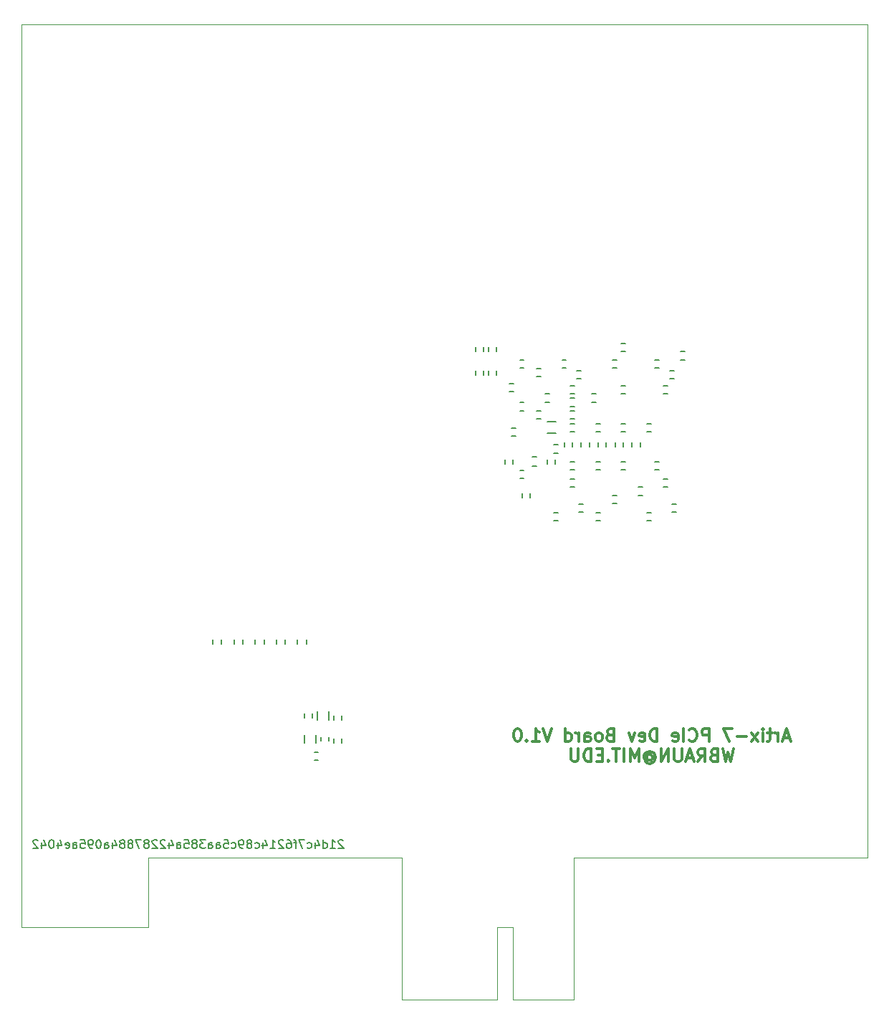
<source format=gbo>
G04 #@! TF.FileFunction,Legend,Bot*
%FSLAX46Y46*%
G04 Gerber Fmt 4.6, Leading zero omitted, Abs format (unit mm)*
G04 Created by KiCad (PCBNEW 4.0.1-stable) date Saturday, December 26, 2015 'PMt' 06:59:42 PM*
%MOMM*%
G01*
G04 APERTURE LIST*
%ADD10C,0.100000*%
%ADD11C,0.200000*%
%ADD12C,0.300000*%
%ADD13C,0.050000*%
%ADD14C,0.150000*%
G04 APERTURE END LIST*
D10*
D11*
X79883335Y-136247619D02*
X79835716Y-136200000D01*
X79740478Y-136152381D01*
X79502382Y-136152381D01*
X79407144Y-136200000D01*
X79359525Y-136247619D01*
X79311906Y-136342857D01*
X79311906Y-136438095D01*
X79359525Y-136580952D01*
X79930954Y-137152381D01*
X79311906Y-137152381D01*
X78359525Y-137152381D02*
X78930954Y-137152381D01*
X78645240Y-137152381D02*
X78645240Y-136152381D01*
X78740478Y-136295238D01*
X78835716Y-136390476D01*
X78930954Y-136438095D01*
X77502382Y-137152381D02*
X77502382Y-136152381D01*
X77502382Y-137104762D02*
X77597620Y-137152381D01*
X77788097Y-137152381D01*
X77883335Y-137104762D01*
X77930954Y-137057143D01*
X77978573Y-136961905D01*
X77978573Y-136676190D01*
X77930954Y-136580952D01*
X77883335Y-136533333D01*
X77788097Y-136485714D01*
X77597620Y-136485714D01*
X77502382Y-136533333D01*
X76597620Y-136485714D02*
X76597620Y-137152381D01*
X76835716Y-136104762D02*
X77073811Y-136819048D01*
X76454763Y-136819048D01*
X75645239Y-137104762D02*
X75740477Y-137152381D01*
X75930954Y-137152381D01*
X76026192Y-137104762D01*
X76073811Y-137057143D01*
X76121430Y-136961905D01*
X76121430Y-136676190D01*
X76073811Y-136580952D01*
X76026192Y-136533333D01*
X75930954Y-136485714D01*
X75740477Y-136485714D01*
X75645239Y-136533333D01*
X75311906Y-136152381D02*
X74645239Y-136152381D01*
X75073811Y-137152381D01*
X74407144Y-136485714D02*
X74026192Y-136485714D01*
X74264287Y-137152381D02*
X74264287Y-136295238D01*
X74216668Y-136200000D01*
X74121430Y-136152381D01*
X74026192Y-136152381D01*
X73264286Y-136152381D02*
X73454763Y-136152381D01*
X73550001Y-136200000D01*
X73597620Y-136247619D01*
X73692858Y-136390476D01*
X73740477Y-136580952D01*
X73740477Y-136961905D01*
X73692858Y-137057143D01*
X73645239Y-137104762D01*
X73550001Y-137152381D01*
X73359524Y-137152381D01*
X73264286Y-137104762D01*
X73216667Y-137057143D01*
X73169048Y-136961905D01*
X73169048Y-136723810D01*
X73216667Y-136628571D01*
X73264286Y-136580952D01*
X73359524Y-136533333D01*
X73550001Y-136533333D01*
X73645239Y-136580952D01*
X73692858Y-136628571D01*
X73740477Y-136723810D01*
X72788096Y-136247619D02*
X72740477Y-136200000D01*
X72645239Y-136152381D01*
X72407143Y-136152381D01*
X72311905Y-136200000D01*
X72264286Y-136247619D01*
X72216667Y-136342857D01*
X72216667Y-136438095D01*
X72264286Y-136580952D01*
X72835715Y-137152381D01*
X72216667Y-137152381D01*
X71264286Y-137152381D02*
X71835715Y-137152381D01*
X71550001Y-137152381D02*
X71550001Y-136152381D01*
X71645239Y-136295238D01*
X71740477Y-136390476D01*
X71835715Y-136438095D01*
X70407143Y-136485714D02*
X70407143Y-137152381D01*
X70645239Y-136104762D02*
X70883334Y-136819048D01*
X70264286Y-136819048D01*
X69454762Y-137104762D02*
X69550000Y-137152381D01*
X69740477Y-137152381D01*
X69835715Y-137104762D01*
X69883334Y-137057143D01*
X69930953Y-136961905D01*
X69930953Y-136676190D01*
X69883334Y-136580952D01*
X69835715Y-136533333D01*
X69740477Y-136485714D01*
X69550000Y-136485714D01*
X69454762Y-136533333D01*
X68883334Y-136580952D02*
X68978572Y-136533333D01*
X69026191Y-136485714D01*
X69073810Y-136390476D01*
X69073810Y-136342857D01*
X69026191Y-136247619D01*
X68978572Y-136200000D01*
X68883334Y-136152381D01*
X68692857Y-136152381D01*
X68597619Y-136200000D01*
X68550000Y-136247619D01*
X68502381Y-136342857D01*
X68502381Y-136390476D01*
X68550000Y-136485714D01*
X68597619Y-136533333D01*
X68692857Y-136580952D01*
X68883334Y-136580952D01*
X68978572Y-136628571D01*
X69026191Y-136676190D01*
X69073810Y-136771429D01*
X69073810Y-136961905D01*
X69026191Y-137057143D01*
X68978572Y-137104762D01*
X68883334Y-137152381D01*
X68692857Y-137152381D01*
X68597619Y-137104762D01*
X68550000Y-137057143D01*
X68502381Y-136961905D01*
X68502381Y-136771429D01*
X68550000Y-136676190D01*
X68597619Y-136628571D01*
X68692857Y-136580952D01*
X68026191Y-137152381D02*
X67835715Y-137152381D01*
X67740476Y-137104762D01*
X67692857Y-137057143D01*
X67597619Y-136914286D01*
X67550000Y-136723810D01*
X67550000Y-136342857D01*
X67597619Y-136247619D01*
X67645238Y-136200000D01*
X67740476Y-136152381D01*
X67930953Y-136152381D01*
X68026191Y-136200000D01*
X68073810Y-136247619D01*
X68121429Y-136342857D01*
X68121429Y-136580952D01*
X68073810Y-136676190D01*
X68026191Y-136723810D01*
X67930953Y-136771429D01*
X67740476Y-136771429D01*
X67645238Y-136723810D01*
X67597619Y-136676190D01*
X67550000Y-136580952D01*
X66692857Y-137104762D02*
X66788095Y-137152381D01*
X66978572Y-137152381D01*
X67073810Y-137104762D01*
X67121429Y-137057143D01*
X67169048Y-136961905D01*
X67169048Y-136676190D01*
X67121429Y-136580952D01*
X67073810Y-136533333D01*
X66978572Y-136485714D01*
X66788095Y-136485714D01*
X66692857Y-136533333D01*
X65788095Y-136152381D02*
X66264286Y-136152381D01*
X66311905Y-136628571D01*
X66264286Y-136580952D01*
X66169048Y-136533333D01*
X65930952Y-136533333D01*
X65835714Y-136580952D01*
X65788095Y-136628571D01*
X65740476Y-136723810D01*
X65740476Y-136961905D01*
X65788095Y-137057143D01*
X65835714Y-137104762D01*
X65930952Y-137152381D01*
X66169048Y-137152381D01*
X66264286Y-137104762D01*
X66311905Y-137057143D01*
X64883333Y-137152381D02*
X64883333Y-136628571D01*
X64930952Y-136533333D01*
X65026190Y-136485714D01*
X65216667Y-136485714D01*
X65311905Y-136533333D01*
X64883333Y-137104762D02*
X64978571Y-137152381D01*
X65216667Y-137152381D01*
X65311905Y-137104762D01*
X65359524Y-137009524D01*
X65359524Y-136914286D01*
X65311905Y-136819048D01*
X65216667Y-136771429D01*
X64978571Y-136771429D01*
X64883333Y-136723810D01*
X63978571Y-137152381D02*
X63978571Y-136628571D01*
X64026190Y-136533333D01*
X64121428Y-136485714D01*
X64311905Y-136485714D01*
X64407143Y-136533333D01*
X63978571Y-137104762D02*
X64073809Y-137152381D01*
X64311905Y-137152381D01*
X64407143Y-137104762D01*
X64454762Y-137009524D01*
X64454762Y-136914286D01*
X64407143Y-136819048D01*
X64311905Y-136771429D01*
X64073809Y-136771429D01*
X63978571Y-136723810D01*
X63597619Y-136152381D02*
X62978571Y-136152381D01*
X63311905Y-136533333D01*
X63169047Y-136533333D01*
X63073809Y-136580952D01*
X63026190Y-136628571D01*
X62978571Y-136723810D01*
X62978571Y-136961905D01*
X63026190Y-137057143D01*
X63073809Y-137104762D01*
X63169047Y-137152381D01*
X63454762Y-137152381D01*
X63550000Y-137104762D01*
X63597619Y-137057143D01*
X62407143Y-136580952D02*
X62502381Y-136533333D01*
X62550000Y-136485714D01*
X62597619Y-136390476D01*
X62597619Y-136342857D01*
X62550000Y-136247619D01*
X62502381Y-136200000D01*
X62407143Y-136152381D01*
X62216666Y-136152381D01*
X62121428Y-136200000D01*
X62073809Y-136247619D01*
X62026190Y-136342857D01*
X62026190Y-136390476D01*
X62073809Y-136485714D01*
X62121428Y-136533333D01*
X62216666Y-136580952D01*
X62407143Y-136580952D01*
X62502381Y-136628571D01*
X62550000Y-136676190D01*
X62597619Y-136771429D01*
X62597619Y-136961905D01*
X62550000Y-137057143D01*
X62502381Y-137104762D01*
X62407143Y-137152381D01*
X62216666Y-137152381D01*
X62121428Y-137104762D01*
X62073809Y-137057143D01*
X62026190Y-136961905D01*
X62026190Y-136771429D01*
X62073809Y-136676190D01*
X62121428Y-136628571D01*
X62216666Y-136580952D01*
X61121428Y-136152381D02*
X61597619Y-136152381D01*
X61645238Y-136628571D01*
X61597619Y-136580952D01*
X61502381Y-136533333D01*
X61264285Y-136533333D01*
X61169047Y-136580952D01*
X61121428Y-136628571D01*
X61073809Y-136723810D01*
X61073809Y-136961905D01*
X61121428Y-137057143D01*
X61169047Y-137104762D01*
X61264285Y-137152381D01*
X61502381Y-137152381D01*
X61597619Y-137104762D01*
X61645238Y-137057143D01*
X60216666Y-137152381D02*
X60216666Y-136628571D01*
X60264285Y-136533333D01*
X60359523Y-136485714D01*
X60550000Y-136485714D01*
X60645238Y-136533333D01*
X60216666Y-137104762D02*
X60311904Y-137152381D01*
X60550000Y-137152381D01*
X60645238Y-137104762D01*
X60692857Y-137009524D01*
X60692857Y-136914286D01*
X60645238Y-136819048D01*
X60550000Y-136771429D01*
X60311904Y-136771429D01*
X60216666Y-136723810D01*
X59311904Y-136485714D02*
X59311904Y-137152381D01*
X59550000Y-136104762D02*
X59788095Y-136819048D01*
X59169047Y-136819048D01*
X58835714Y-136247619D02*
X58788095Y-136200000D01*
X58692857Y-136152381D01*
X58454761Y-136152381D01*
X58359523Y-136200000D01*
X58311904Y-136247619D01*
X58264285Y-136342857D01*
X58264285Y-136438095D01*
X58311904Y-136580952D01*
X58883333Y-137152381D01*
X58264285Y-137152381D01*
X57883333Y-136247619D02*
X57835714Y-136200000D01*
X57740476Y-136152381D01*
X57502380Y-136152381D01*
X57407142Y-136200000D01*
X57359523Y-136247619D01*
X57311904Y-136342857D01*
X57311904Y-136438095D01*
X57359523Y-136580952D01*
X57930952Y-137152381D01*
X57311904Y-137152381D01*
X56740476Y-136580952D02*
X56835714Y-136533333D01*
X56883333Y-136485714D01*
X56930952Y-136390476D01*
X56930952Y-136342857D01*
X56883333Y-136247619D01*
X56835714Y-136200000D01*
X56740476Y-136152381D01*
X56549999Y-136152381D01*
X56454761Y-136200000D01*
X56407142Y-136247619D01*
X56359523Y-136342857D01*
X56359523Y-136390476D01*
X56407142Y-136485714D01*
X56454761Y-136533333D01*
X56549999Y-136580952D01*
X56740476Y-136580952D01*
X56835714Y-136628571D01*
X56883333Y-136676190D01*
X56930952Y-136771429D01*
X56930952Y-136961905D01*
X56883333Y-137057143D01*
X56835714Y-137104762D01*
X56740476Y-137152381D01*
X56549999Y-137152381D01*
X56454761Y-137104762D01*
X56407142Y-137057143D01*
X56359523Y-136961905D01*
X56359523Y-136771429D01*
X56407142Y-136676190D01*
X56454761Y-136628571D01*
X56549999Y-136580952D01*
X56026190Y-136152381D02*
X55359523Y-136152381D01*
X55788095Y-137152381D01*
X54835714Y-136580952D02*
X54930952Y-136533333D01*
X54978571Y-136485714D01*
X55026190Y-136390476D01*
X55026190Y-136342857D01*
X54978571Y-136247619D01*
X54930952Y-136200000D01*
X54835714Y-136152381D01*
X54645237Y-136152381D01*
X54549999Y-136200000D01*
X54502380Y-136247619D01*
X54454761Y-136342857D01*
X54454761Y-136390476D01*
X54502380Y-136485714D01*
X54549999Y-136533333D01*
X54645237Y-136580952D01*
X54835714Y-136580952D01*
X54930952Y-136628571D01*
X54978571Y-136676190D01*
X55026190Y-136771429D01*
X55026190Y-136961905D01*
X54978571Y-137057143D01*
X54930952Y-137104762D01*
X54835714Y-137152381D01*
X54645237Y-137152381D01*
X54549999Y-137104762D01*
X54502380Y-137057143D01*
X54454761Y-136961905D01*
X54454761Y-136771429D01*
X54502380Y-136676190D01*
X54549999Y-136628571D01*
X54645237Y-136580952D01*
X53883333Y-136580952D02*
X53978571Y-136533333D01*
X54026190Y-136485714D01*
X54073809Y-136390476D01*
X54073809Y-136342857D01*
X54026190Y-136247619D01*
X53978571Y-136200000D01*
X53883333Y-136152381D01*
X53692856Y-136152381D01*
X53597618Y-136200000D01*
X53549999Y-136247619D01*
X53502380Y-136342857D01*
X53502380Y-136390476D01*
X53549999Y-136485714D01*
X53597618Y-136533333D01*
X53692856Y-136580952D01*
X53883333Y-136580952D01*
X53978571Y-136628571D01*
X54026190Y-136676190D01*
X54073809Y-136771429D01*
X54073809Y-136961905D01*
X54026190Y-137057143D01*
X53978571Y-137104762D01*
X53883333Y-137152381D01*
X53692856Y-137152381D01*
X53597618Y-137104762D01*
X53549999Y-137057143D01*
X53502380Y-136961905D01*
X53502380Y-136771429D01*
X53549999Y-136676190D01*
X53597618Y-136628571D01*
X53692856Y-136580952D01*
X52645237Y-136485714D02*
X52645237Y-137152381D01*
X52883333Y-136104762D02*
X53121428Y-136819048D01*
X52502380Y-136819048D01*
X51692856Y-137152381D02*
X51692856Y-136628571D01*
X51740475Y-136533333D01*
X51835713Y-136485714D01*
X52026190Y-136485714D01*
X52121428Y-136533333D01*
X51692856Y-137104762D02*
X51788094Y-137152381D01*
X52026190Y-137152381D01*
X52121428Y-137104762D01*
X52169047Y-137009524D01*
X52169047Y-136914286D01*
X52121428Y-136819048D01*
X52026190Y-136771429D01*
X51788094Y-136771429D01*
X51692856Y-136723810D01*
X51026190Y-136152381D02*
X50930951Y-136152381D01*
X50835713Y-136200000D01*
X50788094Y-136247619D01*
X50740475Y-136342857D01*
X50692856Y-136533333D01*
X50692856Y-136771429D01*
X50740475Y-136961905D01*
X50788094Y-137057143D01*
X50835713Y-137104762D01*
X50930951Y-137152381D01*
X51026190Y-137152381D01*
X51121428Y-137104762D01*
X51169047Y-137057143D01*
X51216666Y-136961905D01*
X51264285Y-136771429D01*
X51264285Y-136533333D01*
X51216666Y-136342857D01*
X51169047Y-136247619D01*
X51121428Y-136200000D01*
X51026190Y-136152381D01*
X50216666Y-137152381D02*
X50026190Y-137152381D01*
X49930951Y-137104762D01*
X49883332Y-137057143D01*
X49788094Y-136914286D01*
X49740475Y-136723810D01*
X49740475Y-136342857D01*
X49788094Y-136247619D01*
X49835713Y-136200000D01*
X49930951Y-136152381D01*
X50121428Y-136152381D01*
X50216666Y-136200000D01*
X50264285Y-136247619D01*
X50311904Y-136342857D01*
X50311904Y-136580952D01*
X50264285Y-136676190D01*
X50216666Y-136723810D01*
X50121428Y-136771429D01*
X49930951Y-136771429D01*
X49835713Y-136723810D01*
X49788094Y-136676190D01*
X49740475Y-136580952D01*
X48835713Y-136152381D02*
X49311904Y-136152381D01*
X49359523Y-136628571D01*
X49311904Y-136580952D01*
X49216666Y-136533333D01*
X48978570Y-136533333D01*
X48883332Y-136580952D01*
X48835713Y-136628571D01*
X48788094Y-136723810D01*
X48788094Y-136961905D01*
X48835713Y-137057143D01*
X48883332Y-137104762D01*
X48978570Y-137152381D01*
X49216666Y-137152381D01*
X49311904Y-137104762D01*
X49359523Y-137057143D01*
X47930951Y-137152381D02*
X47930951Y-136628571D01*
X47978570Y-136533333D01*
X48073808Y-136485714D01*
X48264285Y-136485714D01*
X48359523Y-136533333D01*
X47930951Y-137104762D02*
X48026189Y-137152381D01*
X48264285Y-137152381D01*
X48359523Y-137104762D01*
X48407142Y-137009524D01*
X48407142Y-136914286D01*
X48359523Y-136819048D01*
X48264285Y-136771429D01*
X48026189Y-136771429D01*
X47930951Y-136723810D01*
X47073808Y-137104762D02*
X47169046Y-137152381D01*
X47359523Y-137152381D01*
X47454761Y-137104762D01*
X47502380Y-137009524D01*
X47502380Y-136628571D01*
X47454761Y-136533333D01*
X47359523Y-136485714D01*
X47169046Y-136485714D01*
X47073808Y-136533333D01*
X47026189Y-136628571D01*
X47026189Y-136723810D01*
X47502380Y-136819048D01*
X46169046Y-136485714D02*
X46169046Y-137152381D01*
X46407142Y-136104762D02*
X46645237Y-136819048D01*
X46026189Y-136819048D01*
X45454761Y-136152381D02*
X45359522Y-136152381D01*
X45264284Y-136200000D01*
X45216665Y-136247619D01*
X45169046Y-136342857D01*
X45121427Y-136533333D01*
X45121427Y-136771429D01*
X45169046Y-136961905D01*
X45216665Y-137057143D01*
X45264284Y-137104762D01*
X45359522Y-137152381D01*
X45454761Y-137152381D01*
X45549999Y-137104762D01*
X45597618Y-137057143D01*
X45645237Y-136961905D01*
X45692856Y-136771429D01*
X45692856Y-136533333D01*
X45645237Y-136342857D01*
X45597618Y-136247619D01*
X45549999Y-136200000D01*
X45454761Y-136152381D01*
X44264284Y-136485714D02*
X44264284Y-137152381D01*
X44502380Y-136104762D02*
X44740475Y-136819048D01*
X44121427Y-136819048D01*
X43788094Y-136247619D02*
X43740475Y-136200000D01*
X43645237Y-136152381D01*
X43407141Y-136152381D01*
X43311903Y-136200000D01*
X43264284Y-136247619D01*
X43216665Y-136342857D01*
X43216665Y-136438095D01*
X43264284Y-136580952D01*
X43835713Y-137152381D01*
X43216665Y-137152381D01*
D12*
X132635713Y-124100000D02*
X131921427Y-124100000D01*
X132778570Y-124528571D02*
X132278570Y-123028571D01*
X131778570Y-124528571D01*
X131278570Y-124528571D02*
X131278570Y-123528571D01*
X131278570Y-123814286D02*
X131207142Y-123671429D01*
X131135713Y-123600000D01*
X130992856Y-123528571D01*
X130849999Y-123528571D01*
X130564285Y-123528571D02*
X129992856Y-123528571D01*
X130349999Y-123028571D02*
X130349999Y-124314286D01*
X130278571Y-124457143D01*
X130135713Y-124528571D01*
X129992856Y-124528571D01*
X129492856Y-124528571D02*
X129492856Y-123528571D01*
X129492856Y-123028571D02*
X129564285Y-123100000D01*
X129492856Y-123171429D01*
X129421428Y-123100000D01*
X129492856Y-123028571D01*
X129492856Y-123171429D01*
X128921427Y-124528571D02*
X128135713Y-123528571D01*
X128921427Y-123528571D02*
X128135713Y-124528571D01*
X127564284Y-123957143D02*
X126421427Y-123957143D01*
X125849998Y-123028571D02*
X124849998Y-123028571D01*
X125492855Y-124528571D01*
X123135713Y-124528571D02*
X123135713Y-123028571D01*
X122564285Y-123028571D01*
X122421427Y-123100000D01*
X122349999Y-123171429D01*
X122278570Y-123314286D01*
X122278570Y-123528571D01*
X122349999Y-123671429D01*
X122421427Y-123742857D01*
X122564285Y-123814286D01*
X123135713Y-123814286D01*
X120778570Y-124385714D02*
X120849999Y-124457143D01*
X121064285Y-124528571D01*
X121207142Y-124528571D01*
X121421427Y-124457143D01*
X121564285Y-124314286D01*
X121635713Y-124171429D01*
X121707142Y-123885714D01*
X121707142Y-123671429D01*
X121635713Y-123385714D01*
X121564285Y-123242857D01*
X121421427Y-123100000D01*
X121207142Y-123028571D01*
X121064285Y-123028571D01*
X120849999Y-123100000D01*
X120778570Y-123171429D01*
X120135713Y-124528571D02*
X120135713Y-123028571D01*
X118849999Y-124457143D02*
X118992856Y-124528571D01*
X119278570Y-124528571D01*
X119421427Y-124457143D01*
X119492856Y-124314286D01*
X119492856Y-123742857D01*
X119421427Y-123600000D01*
X119278570Y-123528571D01*
X118992856Y-123528571D01*
X118849999Y-123600000D01*
X118778570Y-123742857D01*
X118778570Y-123885714D01*
X119492856Y-124028571D01*
X116992856Y-124528571D02*
X116992856Y-123028571D01*
X116635713Y-123028571D01*
X116421428Y-123100000D01*
X116278570Y-123242857D01*
X116207142Y-123385714D01*
X116135713Y-123671429D01*
X116135713Y-123885714D01*
X116207142Y-124171429D01*
X116278570Y-124314286D01*
X116421428Y-124457143D01*
X116635713Y-124528571D01*
X116992856Y-124528571D01*
X114921428Y-124457143D02*
X115064285Y-124528571D01*
X115349999Y-124528571D01*
X115492856Y-124457143D01*
X115564285Y-124314286D01*
X115564285Y-123742857D01*
X115492856Y-123600000D01*
X115349999Y-123528571D01*
X115064285Y-123528571D01*
X114921428Y-123600000D01*
X114849999Y-123742857D01*
X114849999Y-123885714D01*
X115564285Y-124028571D01*
X114349999Y-123528571D02*
X113992856Y-124528571D01*
X113635714Y-123528571D01*
X111421428Y-123742857D02*
X111207142Y-123814286D01*
X111135714Y-123885714D01*
X111064285Y-124028571D01*
X111064285Y-124242857D01*
X111135714Y-124385714D01*
X111207142Y-124457143D01*
X111350000Y-124528571D01*
X111921428Y-124528571D01*
X111921428Y-123028571D01*
X111421428Y-123028571D01*
X111278571Y-123100000D01*
X111207142Y-123171429D01*
X111135714Y-123314286D01*
X111135714Y-123457143D01*
X111207142Y-123600000D01*
X111278571Y-123671429D01*
X111421428Y-123742857D01*
X111921428Y-123742857D01*
X110207142Y-124528571D02*
X110350000Y-124457143D01*
X110421428Y-124385714D01*
X110492857Y-124242857D01*
X110492857Y-123814286D01*
X110421428Y-123671429D01*
X110350000Y-123600000D01*
X110207142Y-123528571D01*
X109992857Y-123528571D01*
X109850000Y-123600000D01*
X109778571Y-123671429D01*
X109707142Y-123814286D01*
X109707142Y-124242857D01*
X109778571Y-124385714D01*
X109850000Y-124457143D01*
X109992857Y-124528571D01*
X110207142Y-124528571D01*
X108421428Y-124528571D02*
X108421428Y-123742857D01*
X108492857Y-123600000D01*
X108635714Y-123528571D01*
X108921428Y-123528571D01*
X109064285Y-123600000D01*
X108421428Y-124457143D02*
X108564285Y-124528571D01*
X108921428Y-124528571D01*
X109064285Y-124457143D01*
X109135714Y-124314286D01*
X109135714Y-124171429D01*
X109064285Y-124028571D01*
X108921428Y-123957143D01*
X108564285Y-123957143D01*
X108421428Y-123885714D01*
X107707142Y-124528571D02*
X107707142Y-123528571D01*
X107707142Y-123814286D02*
X107635714Y-123671429D01*
X107564285Y-123600000D01*
X107421428Y-123528571D01*
X107278571Y-123528571D01*
X106135714Y-124528571D02*
X106135714Y-123028571D01*
X106135714Y-124457143D02*
X106278571Y-124528571D01*
X106564285Y-124528571D01*
X106707143Y-124457143D01*
X106778571Y-124385714D01*
X106850000Y-124242857D01*
X106850000Y-123814286D01*
X106778571Y-123671429D01*
X106707143Y-123600000D01*
X106564285Y-123528571D01*
X106278571Y-123528571D01*
X106135714Y-123600000D01*
X104492857Y-123028571D02*
X103992857Y-124528571D01*
X103492857Y-123028571D01*
X102207143Y-124528571D02*
X103064286Y-124528571D01*
X102635714Y-124528571D02*
X102635714Y-123028571D01*
X102778571Y-123242857D01*
X102921429Y-123385714D01*
X103064286Y-123457143D01*
X101564286Y-124385714D02*
X101492858Y-124457143D01*
X101564286Y-124528571D01*
X101635715Y-124457143D01*
X101564286Y-124385714D01*
X101564286Y-124528571D01*
X100564286Y-123028571D02*
X100421429Y-123028571D01*
X100278572Y-123100000D01*
X100207143Y-123171429D01*
X100135714Y-123314286D01*
X100064286Y-123600000D01*
X100064286Y-123957143D01*
X100135714Y-124242857D01*
X100207143Y-124385714D01*
X100278572Y-124457143D01*
X100421429Y-124528571D01*
X100564286Y-124528571D01*
X100707143Y-124457143D01*
X100778572Y-124385714D01*
X100850000Y-124242857D01*
X100921429Y-123957143D01*
X100921429Y-123600000D01*
X100850000Y-123314286D01*
X100778572Y-123171429D01*
X100707143Y-123100000D01*
X100564286Y-123028571D01*
X126028572Y-125428571D02*
X125671429Y-126928571D01*
X125385715Y-125857143D01*
X125100001Y-126928571D01*
X124742858Y-125428571D01*
X123671429Y-126142857D02*
X123457143Y-126214286D01*
X123385715Y-126285714D01*
X123314286Y-126428571D01*
X123314286Y-126642857D01*
X123385715Y-126785714D01*
X123457143Y-126857143D01*
X123600001Y-126928571D01*
X124171429Y-126928571D01*
X124171429Y-125428571D01*
X123671429Y-125428571D01*
X123528572Y-125500000D01*
X123457143Y-125571429D01*
X123385715Y-125714286D01*
X123385715Y-125857143D01*
X123457143Y-126000000D01*
X123528572Y-126071429D01*
X123671429Y-126142857D01*
X124171429Y-126142857D01*
X121814286Y-126928571D02*
X122314286Y-126214286D01*
X122671429Y-126928571D02*
X122671429Y-125428571D01*
X122100001Y-125428571D01*
X121957143Y-125500000D01*
X121885715Y-125571429D01*
X121814286Y-125714286D01*
X121814286Y-125928571D01*
X121885715Y-126071429D01*
X121957143Y-126142857D01*
X122100001Y-126214286D01*
X122671429Y-126214286D01*
X121242858Y-126500000D02*
X120528572Y-126500000D01*
X121385715Y-126928571D02*
X120885715Y-125428571D01*
X120385715Y-126928571D01*
X119885715Y-125428571D02*
X119885715Y-126642857D01*
X119814287Y-126785714D01*
X119742858Y-126857143D01*
X119600001Y-126928571D01*
X119314287Y-126928571D01*
X119171429Y-126857143D01*
X119100001Y-126785714D01*
X119028572Y-126642857D01*
X119028572Y-125428571D01*
X118314286Y-126928571D02*
X118314286Y-125428571D01*
X117457143Y-126928571D01*
X117457143Y-125428571D01*
X115814286Y-126214286D02*
X115885714Y-126142857D01*
X116028571Y-126071429D01*
X116171429Y-126071429D01*
X116314286Y-126142857D01*
X116385714Y-126214286D01*
X116457143Y-126357143D01*
X116457143Y-126500000D01*
X116385714Y-126642857D01*
X116314286Y-126714286D01*
X116171429Y-126785714D01*
X116028571Y-126785714D01*
X115885714Y-126714286D01*
X115814286Y-126642857D01*
X115814286Y-126071429D02*
X115814286Y-126642857D01*
X115742857Y-126714286D01*
X115671429Y-126714286D01*
X115528571Y-126642857D01*
X115457143Y-126500000D01*
X115457143Y-126142857D01*
X115600000Y-125928571D01*
X115814286Y-125785714D01*
X116100000Y-125714286D01*
X116385714Y-125785714D01*
X116600000Y-125928571D01*
X116742857Y-126142857D01*
X116814286Y-126428571D01*
X116742857Y-126714286D01*
X116600000Y-126928571D01*
X116385714Y-127071429D01*
X116100000Y-127142857D01*
X115814286Y-127071429D01*
X115600000Y-126928571D01*
X114814286Y-126928571D02*
X114814286Y-125428571D01*
X114314286Y-126500000D01*
X113814286Y-125428571D01*
X113814286Y-126928571D01*
X113100000Y-126928571D02*
X113100000Y-125428571D01*
X112600000Y-125428571D02*
X111742857Y-125428571D01*
X112171428Y-126928571D02*
X112171428Y-125428571D01*
X111242857Y-126785714D02*
X111171429Y-126857143D01*
X111242857Y-126928571D01*
X111314286Y-126857143D01*
X111242857Y-126785714D01*
X111242857Y-126928571D01*
X110528571Y-126142857D02*
X110028571Y-126142857D01*
X109814285Y-126928571D02*
X110528571Y-126928571D01*
X110528571Y-125428571D01*
X109814285Y-125428571D01*
X109171428Y-126928571D02*
X109171428Y-125428571D01*
X108814285Y-125428571D01*
X108600000Y-125500000D01*
X108457142Y-125642857D01*
X108385714Y-125785714D01*
X108314285Y-126071429D01*
X108314285Y-126285714D01*
X108385714Y-126571429D01*
X108457142Y-126714286D01*
X108600000Y-126857143D01*
X108814285Y-126928571D01*
X109171428Y-126928571D01*
X107671428Y-125428571D02*
X107671428Y-126642857D01*
X107600000Y-126785714D01*
X107528571Y-126857143D01*
X107385714Y-126928571D01*
X107100000Y-126928571D01*
X106957142Y-126857143D01*
X106885714Y-126785714D01*
X106814285Y-126642857D01*
X106814285Y-125428571D01*
D13*
X107150000Y-138250000D02*
X141850000Y-138250000D01*
X107150000Y-155000000D02*
X107150000Y-138250000D01*
X99950000Y-155000000D02*
X107150000Y-155000000D01*
X99950000Y-146500000D02*
X99950000Y-155000000D01*
X98050000Y-146500000D02*
X99950000Y-146500000D01*
X98050000Y-155000000D02*
X98050000Y-146500000D01*
X86850000Y-155000000D02*
X98050000Y-155000000D01*
X86850000Y-138250000D02*
X86850000Y-155000000D01*
X56850000Y-138250000D02*
X86850000Y-138250000D01*
X56850000Y-146500000D02*
X56850000Y-138250000D01*
X41850000Y-146500000D02*
X56850000Y-146500000D01*
X41850000Y-39850000D02*
X41850000Y-146500000D01*
X141850000Y-39850000D02*
X41850000Y-39850000D01*
X141850000Y-138250000D02*
X141850000Y-39850000D01*
D14*
X105250000Y-90475000D02*
X104750000Y-90475000D01*
X104750000Y-89525000D02*
X105250000Y-89525000D01*
X74475000Y-113000000D02*
X74475000Y-112500000D01*
X75525000Y-112500000D02*
X75525000Y-113000000D01*
X64475000Y-113000000D02*
X64475000Y-112500000D01*
X65525000Y-112500000D02*
X65525000Y-113000000D01*
X66975000Y-113000000D02*
X66975000Y-112500000D01*
X68025000Y-112500000D02*
X68025000Y-113000000D01*
X69475000Y-113000000D02*
X69475000Y-112500000D01*
X70525000Y-112500000D02*
X70525000Y-113000000D01*
X71975000Y-113000000D02*
X71975000Y-112500000D01*
X73025000Y-112500000D02*
X73025000Y-113000000D01*
X102250000Y-90975000D02*
X102750000Y-90975000D01*
X102750000Y-92025000D02*
X102250000Y-92025000D01*
X78175000Y-122000000D02*
X78175000Y-121000000D01*
X76825000Y-121000000D02*
X76825000Y-122000000D01*
X75325000Y-123750000D02*
X75325000Y-124750000D01*
X76675000Y-124750000D02*
X76675000Y-123750000D01*
X105000000Y-86825000D02*
X104000000Y-86825000D01*
X104000000Y-88175000D02*
X105000000Y-88175000D01*
X76950000Y-126725000D02*
X76450000Y-126725000D01*
X76450000Y-125775000D02*
X76950000Y-125775000D01*
X79725000Y-121500000D02*
X79725000Y-122000000D01*
X78775000Y-122000000D02*
X78775000Y-121500000D01*
X77275000Y-124500000D02*
X77275000Y-124000000D01*
X78225000Y-124000000D02*
X78225000Y-124500000D01*
X78775000Y-124750000D02*
X78775000Y-124250000D01*
X79725000Y-124250000D02*
X79725000Y-124750000D01*
X75275000Y-121750000D02*
X75275000Y-121250000D01*
X76225000Y-121250000D02*
X76225000Y-121750000D01*
X107250000Y-86475000D02*
X106750000Y-86475000D01*
X106750000Y-85525000D02*
X107250000Y-85525000D01*
X99750000Y-87525000D02*
X100250000Y-87525000D01*
X100250000Y-88475000D02*
X99750000Y-88475000D01*
X120250000Y-79475000D02*
X119750000Y-79475000D01*
X119750000Y-78525000D02*
X120250000Y-78525000D01*
X118250000Y-94475000D02*
X117750000Y-94475000D01*
X117750000Y-93525000D02*
X118250000Y-93525000D01*
X110975000Y-89250000D02*
X110975000Y-89750000D01*
X110025000Y-89750000D02*
X110025000Y-89250000D01*
X110250000Y-87975000D02*
X109750000Y-87975000D01*
X109750000Y-87025000D02*
X110250000Y-87025000D01*
X107250000Y-87975000D02*
X106750000Y-87975000D01*
X106750000Y-87025000D02*
X107250000Y-87025000D01*
X99025000Y-91750000D02*
X99025000Y-91250000D01*
X99975000Y-91250000D02*
X99975000Y-91750000D01*
X109250000Y-83525000D02*
X109750000Y-83525000D01*
X109750000Y-84475000D02*
X109250000Y-84475000D01*
X109750000Y-97525000D02*
X110250000Y-97525000D01*
X110250000Y-98475000D02*
X109750000Y-98475000D01*
X102750000Y-85525000D02*
X103250000Y-85525000D01*
X103250000Y-86475000D02*
X102750000Y-86475000D01*
X101025000Y-95750000D02*
X101025000Y-95250000D01*
X101975000Y-95250000D02*
X101975000Y-95750000D01*
X101250000Y-85475000D02*
X100750000Y-85475000D01*
X100750000Y-84525000D02*
X101250000Y-84525000D01*
X119250000Y-97475000D02*
X118750000Y-97475000D01*
X118750000Y-96525000D02*
X119250000Y-96525000D01*
X105250000Y-98475000D02*
X104750000Y-98475000D01*
X104750000Y-97525000D02*
X105250000Y-97525000D01*
X108250000Y-97475000D02*
X107750000Y-97475000D01*
X107750000Y-96525000D02*
X108250000Y-96525000D01*
X115250000Y-95475000D02*
X114750000Y-95475000D01*
X114750000Y-94525000D02*
X115250000Y-94525000D01*
X113250000Y-87975000D02*
X112750000Y-87975000D01*
X112750000Y-87025000D02*
X113250000Y-87025000D01*
X107250000Y-83475000D02*
X106750000Y-83475000D01*
X106750000Y-82525000D02*
X107250000Y-82525000D01*
X100750000Y-79525000D02*
X101250000Y-79525000D01*
X101250000Y-80475000D02*
X100750000Y-80475000D01*
X111750000Y-79525000D02*
X112250000Y-79525000D01*
X112250000Y-80475000D02*
X111750000Y-80475000D01*
X114025000Y-89750000D02*
X114025000Y-89250000D01*
X114975000Y-89250000D02*
X114975000Y-89750000D01*
X104250000Y-84475000D02*
X103750000Y-84475000D01*
X103750000Y-83525000D02*
X104250000Y-83525000D01*
X113250000Y-78475000D02*
X112750000Y-78475000D01*
X112750000Y-77525000D02*
X113250000Y-77525000D01*
X112750000Y-82525000D02*
X113250000Y-82525000D01*
X113250000Y-83475000D02*
X112750000Y-83475000D01*
X100750000Y-92525000D02*
X101250000Y-92525000D01*
X101250000Y-93475000D02*
X100750000Y-93475000D01*
X106750000Y-91525000D02*
X107250000Y-91525000D01*
X107250000Y-92475000D02*
X106750000Y-92475000D01*
X116250000Y-87975000D02*
X115750000Y-87975000D01*
X115750000Y-87025000D02*
X116250000Y-87025000D01*
X112025000Y-89750000D02*
X112025000Y-89250000D01*
X112975000Y-89250000D02*
X112975000Y-89750000D01*
X104975000Y-91250000D02*
X104975000Y-91750000D01*
X104025000Y-91750000D02*
X104025000Y-91250000D01*
X106975000Y-89250000D02*
X106975000Y-89750000D01*
X106025000Y-89750000D02*
X106025000Y-89250000D01*
X103250000Y-81475000D02*
X102750000Y-81475000D01*
X102750000Y-80525000D02*
X103250000Y-80525000D01*
X116250000Y-98475000D02*
X115750000Y-98475000D01*
X115750000Y-97525000D02*
X116250000Y-97525000D01*
X112750000Y-91525000D02*
X113250000Y-91525000D01*
X113250000Y-92475000D02*
X112750000Y-92475000D01*
X107250000Y-84975000D02*
X106750000Y-84975000D01*
X106750000Y-84025000D02*
X107250000Y-84025000D01*
X118250000Y-83475000D02*
X117750000Y-83475000D01*
X117750000Y-82525000D02*
X118250000Y-82525000D01*
X110250000Y-92475000D02*
X109750000Y-92475000D01*
X109750000Y-91525000D02*
X110250000Y-91525000D01*
X106250000Y-80475000D02*
X105750000Y-80475000D01*
X105750000Y-79525000D02*
X106250000Y-79525000D01*
X117250000Y-92475000D02*
X116750000Y-92475000D01*
X116750000Y-91525000D02*
X117250000Y-91525000D01*
X97025000Y-81250000D02*
X97025000Y-80750000D01*
X97975000Y-80750000D02*
X97975000Y-81250000D01*
X108025000Y-89750000D02*
X108025000Y-89250000D01*
X108975000Y-89250000D02*
X108975000Y-89750000D01*
X117250000Y-80475000D02*
X116750000Y-80475000D01*
X116750000Y-79525000D02*
X117250000Y-79525000D01*
X107500000Y-80775000D02*
X108000000Y-80775000D01*
X108000000Y-81725000D02*
X107500000Y-81725000D01*
X95525000Y-78500000D02*
X95525000Y-78000000D01*
X96475000Y-78000000D02*
X96475000Y-78500000D01*
X107250000Y-94475000D02*
X106750000Y-94475000D01*
X106750000Y-93525000D02*
X107250000Y-93525000D01*
X100000000Y-83225000D02*
X99500000Y-83225000D01*
X99500000Y-82275000D02*
X100000000Y-82275000D01*
X95525000Y-81250000D02*
X95525000Y-80750000D01*
X96475000Y-80750000D02*
X96475000Y-81250000D01*
X112250000Y-96475000D02*
X111750000Y-96475000D01*
X111750000Y-95525000D02*
X112250000Y-95525000D01*
X97025000Y-78500000D02*
X97025000Y-78000000D01*
X97975000Y-78000000D02*
X97975000Y-78500000D01*
X118500000Y-80775000D02*
X119000000Y-80775000D01*
X119000000Y-81725000D02*
X118500000Y-81725000D01*
M02*

</source>
